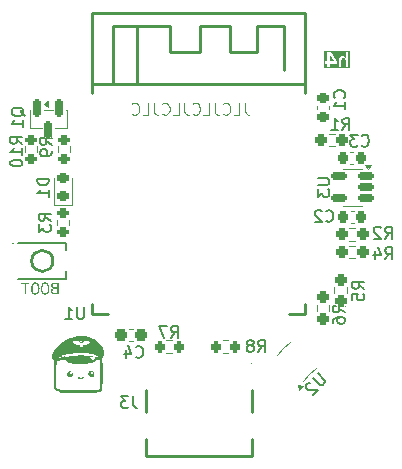
<source format=gbr>
%TF.GenerationSoftware,KiCad,Pcbnew,9.0.6-9.0.6~ubuntu25.04.1*%
%TF.CreationDate,2025-11-04T15:06:10+01:00*%
%TF.ProjectId,BladeMaster,426c6164-654d-4617-9374-65722e6b6963,h4*%
%TF.SameCoordinates,Original*%
%TF.FileFunction,Legend,Bot*%
%TF.FilePolarity,Positive*%
%FSLAX46Y46*%
G04 Gerber Fmt 4.6, Leading zero omitted, Abs format (unit mm)*
G04 Created by KiCad (PCBNEW 9.0.6-9.0.6~ubuntu25.04.1) date 2025-11-04 15:06:10*
%MOMM*%
%LPD*%
G01*
G04 APERTURE LIST*
G04 Aperture macros list*
%AMRoundRect*
0 Rectangle with rounded corners*
0 $1 Rounding radius*
0 $2 $3 $4 $5 $6 $7 $8 $9 X,Y pos of 4 corners*
0 Add a 4 corners polygon primitive as box body*
4,1,4,$2,$3,$4,$5,$6,$7,$8,$9,$2,$3,0*
0 Add four circle primitives for the rounded corners*
1,1,$1+$1,$2,$3*
1,1,$1+$1,$4,$5*
1,1,$1+$1,$6,$7*
1,1,$1+$1,$8,$9*
0 Add four rect primitives between the rounded corners*
20,1,$1+$1,$2,$3,$4,$5,0*
20,1,$1+$1,$4,$5,$6,$7,0*
20,1,$1+$1,$6,$7,$8,$9,0*
20,1,$1+$1,$8,$9,$2,$3,0*%
G04 Aperture macros list end*
%ADD10C,0.125000*%
%ADD11C,0.100000*%
%ADD12C,0.150000*%
%ADD13C,0.120000*%
%ADD14C,0.254001*%
%ADD15C,0.059995*%
%ADD16C,0.152400*%
%ADD17C,0.000000*%
%ADD18RoundRect,0.225000X-0.250000X0.225000X-0.250000X-0.225000X0.250000X-0.225000X0.250000X0.225000X0*%
%ADD19RoundRect,0.218750X0.256250X-0.218750X0.256250X0.218750X-0.256250X0.218750X-0.256250X-0.218750X0*%
%ADD20RoundRect,0.200000X-0.275000X0.200000X-0.275000X-0.200000X0.275000X-0.200000X0.275000X0.200000X0*%
%ADD21RoundRect,0.237500X-0.237500X0.250000X-0.237500X-0.250000X0.237500X-0.250000X0.237500X0.250000X0*%
%ADD22RoundRect,0.237500X0.300000X0.237500X-0.300000X0.237500X-0.300000X-0.237500X0.300000X-0.237500X0*%
%ADD23RoundRect,0.200000X0.200000X0.275000X-0.200000X0.275000X-0.200000X-0.275000X0.200000X-0.275000X0*%
%ADD24C,0.750013*%
%ADD25O,1.200000X2.000000*%
%ADD26O,1.200000X1.800000*%
%ADD27R,0.300000X1.300000*%
%ADD28RoundRect,0.150000X-0.256326X-0.468458X0.468458X0.256326X0.256326X0.468458X-0.468458X-0.256326X0*%
%ADD29R,1.229997X1.359995*%
%ADD30RoundRect,0.237500X-0.250000X-0.237500X0.250000X-0.237500X0.250000X0.237500X-0.250000X0.237500X0*%
%ADD31R,1.500000X0.900000*%
%ADD32R,0.900000X1.500000*%
%ADD33R,0.900000X0.900000*%
%ADD34RoundRect,0.150000X0.512500X0.150000X-0.512500X0.150000X-0.512500X-0.150000X0.512500X-0.150000X0*%
%ADD35RoundRect,0.225000X0.225000X0.250000X-0.225000X0.250000X-0.225000X-0.250000X0.225000X-0.250000X0*%
%ADD36RoundRect,0.150000X-0.150000X0.587500X-0.150000X-0.587500X0.150000X-0.587500X0.150000X0.587500X0*%
%ADD37RoundRect,0.237500X0.250000X0.237500X-0.250000X0.237500X-0.250000X-0.237500X0.250000X-0.237500X0*%
%ADD38RoundRect,0.200000X-0.200000X-0.275000X0.200000X-0.275000X0.200000X0.275000X-0.200000X0.275000X0*%
%ADD39RoundRect,0.225000X-0.225000X-0.250000X0.225000X-0.250000X0.225000X0.250000X-0.225000X0.250000X0*%
G04 APERTURE END LIST*
D10*
G36*
X11473879Y13139608D02*
G01*
X11473879Y13134698D01*
X11093227Y13134698D01*
X11093227Y13695749D01*
X11098210Y13695749D01*
X11473879Y13139608D01*
G37*
G36*
X12782436Y12570667D02*
G01*
X10589939Y12570667D01*
X10589939Y13134698D01*
X10723272Y13134698D01*
X10723272Y12957451D01*
X10887330Y12957451D01*
X10887330Y12704000D01*
X11094912Y12704000D01*
X11094912Y12957451D01*
X11694577Y12957451D01*
X11694577Y13129716D01*
X11604227Y13263439D01*
X11859954Y13263439D01*
X11859954Y12704000D01*
X12069954Y12704000D01*
X12069954Y13230613D01*
X12075759Y13291883D01*
X12091624Y13339089D01*
X12116336Y13375400D01*
X12150251Y13402805D01*
X12192728Y13419801D01*
X12246322Y13425885D01*
X12299790Y13419954D01*
X12345607Y13402877D01*
X12384100Y13374246D01*
X12414117Y13332755D01*
X12432403Y13281833D01*
X12439103Y13215079D01*
X12439103Y12704000D01*
X12649103Y12704000D01*
X12649103Y13926265D01*
X12439909Y13926265D01*
X12439909Y13447396D01*
X12403450Y13502543D01*
X12358722Y13547225D01*
X12305526Y13580404D01*
X12243643Y13600815D01*
X12170851Y13607968D01*
X12110112Y13603317D01*
X12056224Y13589917D01*
X12008039Y13568181D01*
X11965057Y13537819D01*
X11928841Y13499315D01*
X11898935Y13451677D01*
X11878019Y13399179D01*
X11864698Y13337047D01*
X11859954Y13263439D01*
X11604227Y13263439D01*
X11156388Y13926265D01*
X11093227Y13926265D01*
X10887330Y13926265D01*
X10887330Y13134698D01*
X10723272Y13134698D01*
X10589939Y13134698D01*
X10589939Y14059598D01*
X12782436Y14059598D01*
X12782436Y12570667D01*
G37*
D11*
X3910401Y9627581D02*
X3910401Y8913296D01*
X3910401Y8913296D02*
X3958020Y8770439D01*
X3958020Y8770439D02*
X4053258Y8675200D01*
X4053258Y8675200D02*
X4196115Y8627581D01*
X4196115Y8627581D02*
X4291353Y8627581D01*
X2958020Y8627581D02*
X3434210Y8627581D01*
X3434210Y8627581D02*
X3434210Y9627581D01*
X2053258Y8722820D02*
X2100877Y8675200D01*
X2100877Y8675200D02*
X2243734Y8627581D01*
X2243734Y8627581D02*
X2338972Y8627581D01*
X2338972Y8627581D02*
X2481829Y8675200D01*
X2481829Y8675200D02*
X2577067Y8770439D01*
X2577067Y8770439D02*
X2624686Y8865677D01*
X2624686Y8865677D02*
X2672305Y9056153D01*
X2672305Y9056153D02*
X2672305Y9199010D01*
X2672305Y9199010D02*
X2624686Y9389486D01*
X2624686Y9389486D02*
X2577067Y9484724D01*
X2577067Y9484724D02*
X2481829Y9579962D01*
X2481829Y9579962D02*
X2338972Y9627581D01*
X2338972Y9627581D02*
X2243734Y9627581D01*
X2243734Y9627581D02*
X2100877Y9579962D01*
X2100877Y9579962D02*
X2053258Y9532343D01*
X1338972Y9627581D02*
X1338972Y8913296D01*
X1338972Y8913296D02*
X1386591Y8770439D01*
X1386591Y8770439D02*
X1481829Y8675200D01*
X1481829Y8675200D02*
X1624686Y8627581D01*
X1624686Y8627581D02*
X1719924Y8627581D01*
X386591Y8627581D02*
X862781Y8627581D01*
X862781Y8627581D02*
X862781Y9627581D01*
X-518171Y8722820D02*
X-470552Y8675200D01*
X-470552Y8675200D02*
X-327695Y8627581D01*
X-327695Y8627581D02*
X-232457Y8627581D01*
X-232457Y8627581D02*
X-89600Y8675200D01*
X-89600Y8675200D02*
X5638Y8770439D01*
X5638Y8770439D02*
X53257Y8865677D01*
X53257Y8865677D02*
X100876Y9056153D01*
X100876Y9056153D02*
X100876Y9199010D01*
X100876Y9199010D02*
X53257Y9389486D01*
X53257Y9389486D02*
X5638Y9484724D01*
X5638Y9484724D02*
X-89600Y9579962D01*
X-89600Y9579962D02*
X-232457Y9627581D01*
X-232457Y9627581D02*
X-327695Y9627581D01*
X-327695Y9627581D02*
X-470552Y9579962D01*
X-470552Y9579962D02*
X-518171Y9532343D01*
X-1232457Y9627581D02*
X-1232457Y8913296D01*
X-1232457Y8913296D02*
X-1184838Y8770439D01*
X-1184838Y8770439D02*
X-1089600Y8675200D01*
X-1089600Y8675200D02*
X-946743Y8627581D01*
X-946743Y8627581D02*
X-851505Y8627581D01*
X-2184838Y8627581D02*
X-1708648Y8627581D01*
X-1708648Y8627581D02*
X-1708648Y9627581D01*
X-3089600Y8722820D02*
X-3041981Y8675200D01*
X-3041981Y8675200D02*
X-2899124Y8627581D01*
X-2899124Y8627581D02*
X-2803886Y8627581D01*
X-2803886Y8627581D02*
X-2661029Y8675200D01*
X-2661029Y8675200D02*
X-2565791Y8770439D01*
X-2565791Y8770439D02*
X-2518172Y8865677D01*
X-2518172Y8865677D02*
X-2470553Y9056153D01*
X-2470553Y9056153D02*
X-2470553Y9199010D01*
X-2470553Y9199010D02*
X-2518172Y9389486D01*
X-2518172Y9389486D02*
X-2565791Y9484724D01*
X-2565791Y9484724D02*
X-2661029Y9579962D01*
X-2661029Y9579962D02*
X-2803886Y9627581D01*
X-2803886Y9627581D02*
X-2899124Y9627581D01*
X-2899124Y9627581D02*
X-3041981Y9579962D01*
X-3041981Y9579962D02*
X-3089600Y9532343D01*
X-3803886Y9627581D02*
X-3803886Y8913296D01*
X-3803886Y8913296D02*
X-3756267Y8770439D01*
X-3756267Y8770439D02*
X-3661029Y8675200D01*
X-3661029Y8675200D02*
X-3518172Y8627581D01*
X-3518172Y8627581D02*
X-3422934Y8627581D01*
X-4756267Y8627581D02*
X-4280077Y8627581D01*
X-4280077Y8627581D02*
X-4280077Y9627581D01*
X-5661029Y8722820D02*
X-5613410Y8675200D01*
X-5613410Y8675200D02*
X-5470553Y8627581D01*
X-5470553Y8627581D02*
X-5375315Y8627581D01*
X-5375315Y8627581D02*
X-5232458Y8675200D01*
X-5232458Y8675200D02*
X-5137220Y8770439D01*
X-5137220Y8770439D02*
X-5089601Y8865677D01*
X-5089601Y8865677D02*
X-5041982Y9056153D01*
X-5041982Y9056153D02*
X-5041982Y9199010D01*
X-5041982Y9199010D02*
X-5089601Y9389486D01*
X-5089601Y9389486D02*
X-5137220Y9484724D01*
X-5137220Y9484724D02*
X-5232458Y9579962D01*
X-5232458Y9579962D02*
X-5375315Y9627581D01*
X-5375315Y9627581D02*
X-5470553Y9627581D01*
X-5470553Y9627581D02*
X-5613410Y9579962D01*
X-5613410Y9579962D02*
X-5661029Y9532343D01*
G36*
X-11842202Y-6580000D02*
G01*
X-12202216Y-6580000D01*
X-12277268Y-6574582D01*
X-12340587Y-6559328D01*
X-12394160Y-6535223D01*
X-12439559Y-6502513D01*
X-12477075Y-6460944D01*
X-12504028Y-6412519D01*
X-12520790Y-6355881D01*
X-12526693Y-6289106D01*
X-12526159Y-6283977D01*
X-12392115Y-6283977D01*
X-12385799Y-6343028D01*
X-12368491Y-6388122D01*
X-12341170Y-6422576D01*
X-12302775Y-6448220D01*
X-12250395Y-6465082D01*
X-12179685Y-6471372D01*
X-11969941Y-6471372D01*
X-11969941Y-6110259D01*
X-12170770Y-6110259D01*
X-12246246Y-6116413D01*
X-12301405Y-6132753D01*
X-12341088Y-6157208D01*
X-12368727Y-6189396D01*
X-12385915Y-6230694D01*
X-12392115Y-6283977D01*
X-12526159Y-6283977D01*
X-12520210Y-6226878D01*
X-12501980Y-6176145D01*
X-12472611Y-6134404D01*
X-12431056Y-6100172D01*
X-12374754Y-6073189D01*
X-12299913Y-6054450D01*
X-12299913Y-6047611D01*
X-12358347Y-6033774D01*
X-12406074Y-6010288D01*
X-12445055Y-5977330D01*
X-12474590Y-5935936D01*
X-12492496Y-5888107D01*
X-12497784Y-5840493D01*
X-12368240Y-5840493D01*
X-12362038Y-5895814D01*
X-12345373Y-5935744D01*
X-12319392Y-5964263D01*
X-12284603Y-5983435D01*
X-12234488Y-5996590D01*
X-12163992Y-6001632D01*
X-11969941Y-6001632D01*
X-11969941Y-5688208D01*
X-12150315Y-5688208D01*
X-12225724Y-5693029D01*
X-12279146Y-5705544D01*
X-12315972Y-5723562D01*
X-12344140Y-5751018D01*
X-12361768Y-5788805D01*
X-12368240Y-5840493D01*
X-12497784Y-5840493D01*
X-12498727Y-5832006D01*
X-12492737Y-5766319D01*
X-12476161Y-5714026D01*
X-12450117Y-5672319D01*
X-12414341Y-5639298D01*
X-12371819Y-5615731D01*
X-12314891Y-5596977D01*
X-12239950Y-5584305D01*
X-12142804Y-5579581D01*
X-11842202Y-5579581D01*
X-11842202Y-6580000D01*
G37*
G36*
X-12935610Y-5570161D02*
G01*
X-12871313Y-5587749D01*
X-12816388Y-5615871D01*
X-12769276Y-5654694D01*
X-12729099Y-5705376D01*
X-12695743Y-5769966D01*
X-12669864Y-5851260D01*
X-12652827Y-5952662D01*
X-12646616Y-6078080D01*
X-12652833Y-6204605D01*
X-12669879Y-6306835D01*
X-12695757Y-6388721D01*
X-12729081Y-6453711D01*
X-12769175Y-6504644D01*
X-12816131Y-6543608D01*
X-12870808Y-6571799D01*
X-12934748Y-6589414D01*
X-13010049Y-6595631D01*
X-13078502Y-6589914D01*
X-13138213Y-6573518D01*
X-13190754Y-6546962D01*
X-13237286Y-6509931D01*
X-13278472Y-6461297D01*
X-13310041Y-6407877D01*
X-13335910Y-6344638D01*
X-13355583Y-6270040D01*
X-13368237Y-6182297D01*
X-13372750Y-6079424D01*
X-13372733Y-6079118D01*
X-13238172Y-6079118D01*
X-13233839Y-6186186D01*
X-13222155Y-6270114D01*
X-13204830Y-6334925D01*
X-13183156Y-6384178D01*
X-13151354Y-6428063D01*
X-13112874Y-6458461D01*
X-13066542Y-6477035D01*
X-13010049Y-6483585D01*
X-12960158Y-6478171D01*
X-12917777Y-6462657D01*
X-12881214Y-6437129D01*
X-12849507Y-6400347D01*
X-12822547Y-6349897D01*
X-12801075Y-6282405D01*
X-12786584Y-6193736D01*
X-12781194Y-6079118D01*
X-12786595Y-5965080D01*
X-12801121Y-5876802D01*
X-12822659Y-5809551D01*
X-12849724Y-5759225D01*
X-12881591Y-5722486D01*
X-12918384Y-5696954D01*
X-12961084Y-5681420D01*
X-13011393Y-5675996D01*
X-13066571Y-5682394D01*
X-13112213Y-5700600D01*
X-13150481Y-5730484D01*
X-13182485Y-5773693D01*
X-13204338Y-5822135D01*
X-13221876Y-5886575D01*
X-13233752Y-5970803D01*
X-13238172Y-6079118D01*
X-13372733Y-6079118D01*
X-13365852Y-5953224D01*
X-13346818Y-5849996D01*
X-13317628Y-5765986D01*
X-13279510Y-5697978D01*
X-13238750Y-5649533D01*
X-13192486Y-5612603D01*
X-13140037Y-5586081D01*
X-13080210Y-5569678D01*
X-13011393Y-5563949D01*
X-12935610Y-5570161D01*
G37*
G36*
X-13774829Y-5570161D02*
G01*
X-13710531Y-5587749D01*
X-13655607Y-5615871D01*
X-13608495Y-5654694D01*
X-13568318Y-5705376D01*
X-13534962Y-5769966D01*
X-13509082Y-5851260D01*
X-13492045Y-5952662D01*
X-13485834Y-6078080D01*
X-13492051Y-6204605D01*
X-13509098Y-6306835D01*
X-13534975Y-6388721D01*
X-13568299Y-6453711D01*
X-13608393Y-6504644D01*
X-13655350Y-6543608D01*
X-13710026Y-6571799D01*
X-13773966Y-6589414D01*
X-13849268Y-6595631D01*
X-13917721Y-6589914D01*
X-13977432Y-6573518D01*
X-14029972Y-6546962D01*
X-14076504Y-6509931D01*
X-14117691Y-6461297D01*
X-14149260Y-6407877D01*
X-14175128Y-6344638D01*
X-14194802Y-6270040D01*
X-14207456Y-6182297D01*
X-14211968Y-6079424D01*
X-14211951Y-6079118D01*
X-14077391Y-6079118D01*
X-14073057Y-6186186D01*
X-14061374Y-6270114D01*
X-14044049Y-6334925D01*
X-14022375Y-6384178D01*
X-13990572Y-6428063D01*
X-13952092Y-6458461D01*
X-13905760Y-6477035D01*
X-13849268Y-6483585D01*
X-13799376Y-6478171D01*
X-13756995Y-6462657D01*
X-13720432Y-6437129D01*
X-13688726Y-6400347D01*
X-13661765Y-6349897D01*
X-13640293Y-6282405D01*
X-13625802Y-6193736D01*
X-13620412Y-6079118D01*
X-13625813Y-5965080D01*
X-13640339Y-5876802D01*
X-13661877Y-5809551D01*
X-13688943Y-5759225D01*
X-13720809Y-5722486D01*
X-13757603Y-5696954D01*
X-13800302Y-5681420D01*
X-13850611Y-5675996D01*
X-13905790Y-5682394D01*
X-13951432Y-5700600D01*
X-13989700Y-5730484D01*
X-14021703Y-5773693D01*
X-14043557Y-5822135D01*
X-14061095Y-5886575D01*
X-14072970Y-5970803D01*
X-14077391Y-6079118D01*
X-14211951Y-6079118D01*
X-14205071Y-5953224D01*
X-14186036Y-5849996D01*
X-14156847Y-5765986D01*
X-14118729Y-5697978D01*
X-14077968Y-5649533D01*
X-14031704Y-5612603D01*
X-13979256Y-5586081D01*
X-13919429Y-5569678D01*
X-13850611Y-5563949D01*
X-13774829Y-5570161D01*
G37*
G36*
X-14750646Y-6580000D02*
G01*
X-14622907Y-6580000D01*
X-14622907Y-5691627D01*
X-14337326Y-5691627D01*
X-14337326Y-5579581D01*
X-15035494Y-5579581D01*
X-15035494Y-5691627D01*
X-14750646Y-5691627D01*
X-14750646Y-6580000D01*
G37*
D12*
X12319486Y10066667D02*
X12367106Y10114286D01*
X12367106Y10114286D02*
X12414725Y10257143D01*
X12414725Y10257143D02*
X12414725Y10352381D01*
X12414725Y10352381D02*
X12367106Y10495238D01*
X12367106Y10495238D02*
X12271867Y10590476D01*
X12271867Y10590476D02*
X12176629Y10638095D01*
X12176629Y10638095D02*
X11986153Y10685714D01*
X11986153Y10685714D02*
X11843296Y10685714D01*
X11843296Y10685714D02*
X11652820Y10638095D01*
X11652820Y10638095D02*
X11557582Y10590476D01*
X11557582Y10590476D02*
X11462344Y10495238D01*
X11462344Y10495238D02*
X11414725Y10352381D01*
X11414725Y10352381D02*
X11414725Y10257143D01*
X11414725Y10257143D02*
X11462344Y10114286D01*
X11462344Y10114286D02*
X11509963Y10066667D01*
X12414725Y9114286D02*
X12414725Y9685714D01*
X12414725Y9400000D02*
X11414725Y9400000D01*
X11414725Y9400000D02*
X11557582Y9495238D01*
X11557582Y9495238D02*
X11652820Y9590476D01*
X11652820Y9590476D02*
X11700439Y9685714D01*
X-12688431Y3218095D02*
X-13688431Y3218095D01*
X-13688431Y3218095D02*
X-13688431Y2980000D01*
X-13688431Y2980000D02*
X-13640812Y2837143D01*
X-13640812Y2837143D02*
X-13545574Y2741905D01*
X-13545574Y2741905D02*
X-13450336Y2694286D01*
X-13450336Y2694286D02*
X-13259860Y2646667D01*
X-13259860Y2646667D02*
X-13117003Y2646667D01*
X-13117003Y2646667D02*
X-12926527Y2694286D01*
X-12926527Y2694286D02*
X-12831289Y2741905D01*
X-12831289Y2741905D02*
X-12736050Y2837143D01*
X-12736050Y2837143D02*
X-12688431Y2980000D01*
X-12688431Y2980000D02*
X-12688431Y3218095D01*
X-12688431Y1694286D02*
X-12688431Y2265714D01*
X-12688431Y1980000D02*
X-13688431Y1980000D01*
X-13688431Y1980000D02*
X-13545574Y2075238D01*
X-13545574Y2075238D02*
X-13450336Y2170476D01*
X-13450336Y2170476D02*
X-13402717Y2265714D01*
X-12445181Y6066667D02*
X-12921372Y6400000D01*
X-12445181Y6638095D02*
X-13445181Y6638095D01*
X-13445181Y6638095D02*
X-13445181Y6257143D01*
X-13445181Y6257143D02*
X-13397562Y6161905D01*
X-13397562Y6161905D02*
X-13349943Y6114286D01*
X-13349943Y6114286D02*
X-13254705Y6066667D01*
X-13254705Y6066667D02*
X-13111848Y6066667D01*
X-13111848Y6066667D02*
X-13016610Y6114286D01*
X-13016610Y6114286D02*
X-12968991Y6161905D01*
X-12968991Y6161905D02*
X-12921372Y6257143D01*
X-12921372Y6257143D02*
X-12921372Y6638095D01*
X-12445181Y5590476D02*
X-12445181Y5400000D01*
X-12445181Y5400000D02*
X-12492800Y5304762D01*
X-12492800Y5304762D02*
X-12540420Y5257143D01*
X-12540420Y5257143D02*
X-12683277Y5161905D01*
X-12683277Y5161905D02*
X-12873753Y5114286D01*
X-12873753Y5114286D02*
X-13254705Y5114286D01*
X-13254705Y5114286D02*
X-13349943Y5161905D01*
X-13349943Y5161905D02*
X-13397562Y5209524D01*
X-13397562Y5209524D02*
X-13445181Y5304762D01*
X-13445181Y5304762D02*
X-13445181Y5495238D01*
X-13445181Y5495238D02*
X-13397562Y5590476D01*
X-13397562Y5590476D02*
X-13349943Y5638095D01*
X-13349943Y5638095D02*
X-13254705Y5685714D01*
X-13254705Y5685714D02*
X-13016610Y5685714D01*
X-13016610Y5685714D02*
X-12921372Y5638095D01*
X-12921372Y5638095D02*
X-12873753Y5590476D01*
X-12873753Y5590476D02*
X-12826134Y5495238D01*
X-12826134Y5495238D02*
X-12826134Y5304762D01*
X-12826134Y5304762D02*
X-12873753Y5209524D01*
X-12873753Y5209524D02*
X-12921372Y5161905D01*
X-12921372Y5161905D02*
X-13016610Y5114286D01*
X12354819Y-8115260D02*
X11878628Y-7781927D01*
X12354819Y-7543832D02*
X11354819Y-7543832D01*
X11354819Y-7543832D02*
X11354819Y-7924784D01*
X11354819Y-7924784D02*
X11402438Y-8020022D01*
X11402438Y-8020022D02*
X11450057Y-8067641D01*
X11450057Y-8067641D02*
X11545295Y-8115260D01*
X11545295Y-8115260D02*
X11688152Y-8115260D01*
X11688152Y-8115260D02*
X11783390Y-8067641D01*
X11783390Y-8067641D02*
X11831009Y-8020022D01*
X11831009Y-8020022D02*
X11878628Y-7924784D01*
X11878628Y-7924784D02*
X11878628Y-7543832D01*
X11354819Y-8972403D02*
X11354819Y-8781927D01*
X11354819Y-8781927D02*
X11402438Y-8686689D01*
X11402438Y-8686689D02*
X11450057Y-8639070D01*
X11450057Y-8639070D02*
X11592914Y-8543832D01*
X11592914Y-8543832D02*
X11783390Y-8496213D01*
X11783390Y-8496213D02*
X12164342Y-8496213D01*
X12164342Y-8496213D02*
X12259580Y-8543832D01*
X12259580Y-8543832D02*
X12307200Y-8591451D01*
X12307200Y-8591451D02*
X12354819Y-8686689D01*
X12354819Y-8686689D02*
X12354819Y-8877165D01*
X12354819Y-8877165D02*
X12307200Y-8972403D01*
X12307200Y-8972403D02*
X12259580Y-9020022D01*
X12259580Y-9020022D02*
X12164342Y-9067641D01*
X12164342Y-9067641D02*
X11926247Y-9067641D01*
X11926247Y-9067641D02*
X11831009Y-9020022D01*
X11831009Y-9020022D02*
X11783390Y-8972403D01*
X11783390Y-8972403D02*
X11735771Y-8877165D01*
X11735771Y-8877165D02*
X11735771Y-8686689D01*
X11735771Y-8686689D02*
X11783390Y-8591451D01*
X11783390Y-8591451D02*
X11831009Y-8543832D01*
X11831009Y-8543832D02*
X11926247Y-8496213D01*
X-5333334Y-11859580D02*
X-5285715Y-11907200D01*
X-5285715Y-11907200D02*
X-5142858Y-11954819D01*
X-5142858Y-11954819D02*
X-5047620Y-11954819D01*
X-5047620Y-11954819D02*
X-4904763Y-11907200D01*
X-4904763Y-11907200D02*
X-4809525Y-11811961D01*
X-4809525Y-11811961D02*
X-4761906Y-11716723D01*
X-4761906Y-11716723D02*
X-4714287Y-11526247D01*
X-4714287Y-11526247D02*
X-4714287Y-11383390D01*
X-4714287Y-11383390D02*
X-4761906Y-11192914D01*
X-4761906Y-11192914D02*
X-4809525Y-11097676D01*
X-4809525Y-11097676D02*
X-4904763Y-11002438D01*
X-4904763Y-11002438D02*
X-5047620Y-10954819D01*
X-5047620Y-10954819D02*
X-5142858Y-10954819D01*
X-5142858Y-10954819D02*
X-5285715Y-11002438D01*
X-5285715Y-11002438D02*
X-5333334Y-11050057D01*
X-6190477Y-11288152D02*
X-6190477Y-11954819D01*
X-5952382Y-10907200D02*
X-5714287Y-11621485D01*
X-5714287Y-11621485D02*
X-6333334Y-11621485D01*
X-14945181Y6154277D02*
X-15421372Y6487610D01*
X-14945181Y6725705D02*
X-15945181Y6725705D01*
X-15945181Y6725705D02*
X-15945181Y6344753D01*
X-15945181Y6344753D02*
X-15897562Y6249515D01*
X-15897562Y6249515D02*
X-15849943Y6201896D01*
X-15849943Y6201896D02*
X-15754705Y6154277D01*
X-15754705Y6154277D02*
X-15611848Y6154277D01*
X-15611848Y6154277D02*
X-15516610Y6201896D01*
X-15516610Y6201896D02*
X-15468991Y6249515D01*
X-15468991Y6249515D02*
X-15421372Y6344753D01*
X-15421372Y6344753D02*
X-15421372Y6725705D01*
X-14945181Y5201896D02*
X-14945181Y5773324D01*
X-14945181Y5487610D02*
X-15945181Y5487610D01*
X-15945181Y5487610D02*
X-15802324Y5582848D01*
X-15802324Y5582848D02*
X-15707086Y5678086D01*
X-15707086Y5678086D02*
X-15659467Y5773324D01*
X-15945181Y4582848D02*
X-15945181Y4487610D01*
X-15945181Y4487610D02*
X-15897562Y4392372D01*
X-15897562Y4392372D02*
X-15849943Y4344753D01*
X-15849943Y4344753D02*
X-15754705Y4297134D01*
X-15754705Y4297134D02*
X-15564229Y4249515D01*
X-15564229Y4249515D02*
X-15326134Y4249515D01*
X-15326134Y4249515D02*
X-15135658Y4297134D01*
X-15135658Y4297134D02*
X-15040420Y4344753D01*
X-15040420Y4344753D02*
X-14992800Y4392372D01*
X-14992800Y4392372D02*
X-14945181Y4487610D01*
X-14945181Y4487610D02*
X-14945181Y4582848D01*
X-14945181Y4582848D02*
X-14992800Y4678086D01*
X-14992800Y4678086D02*
X-15040420Y4725705D01*
X-15040420Y4725705D02*
X-15135658Y4773324D01*
X-15135658Y4773324D02*
X-15326134Y4820943D01*
X-15326134Y4820943D02*
X-15564229Y4820943D01*
X-15564229Y4820943D02*
X-15754705Y4773324D01*
X-15754705Y4773324D02*
X-15849943Y4725705D01*
X-15849943Y4725705D02*
X-15897562Y4678086D01*
X-15897562Y4678086D02*
X-15945181Y4582848D01*
X5022856Y-11454819D02*
X5356189Y-10978628D01*
X5594284Y-11454819D02*
X5594284Y-10454819D01*
X5594284Y-10454819D02*
X5213332Y-10454819D01*
X5213332Y-10454819D02*
X5118094Y-10502438D01*
X5118094Y-10502438D02*
X5070475Y-10550057D01*
X5070475Y-10550057D02*
X5022856Y-10645295D01*
X5022856Y-10645295D02*
X5022856Y-10788152D01*
X5022856Y-10788152D02*
X5070475Y-10883390D01*
X5070475Y-10883390D02*
X5118094Y-10931009D01*
X5118094Y-10931009D02*
X5213332Y-10978628D01*
X5213332Y-10978628D02*
X5594284Y-10978628D01*
X4451427Y-10883390D02*
X4546665Y-10835771D01*
X4546665Y-10835771D02*
X4594284Y-10788152D01*
X4594284Y-10788152D02*
X4641903Y-10692914D01*
X4641903Y-10692914D02*
X4641903Y-10645295D01*
X4641903Y-10645295D02*
X4594284Y-10550057D01*
X4594284Y-10550057D02*
X4546665Y-10502438D01*
X4546665Y-10502438D02*
X4451427Y-10454819D01*
X4451427Y-10454819D02*
X4260951Y-10454819D01*
X4260951Y-10454819D02*
X4165713Y-10502438D01*
X4165713Y-10502438D02*
X4118094Y-10550057D01*
X4118094Y-10550057D02*
X4070475Y-10645295D01*
X4070475Y-10645295D02*
X4070475Y-10692914D01*
X4070475Y-10692914D02*
X4118094Y-10788152D01*
X4118094Y-10788152D02*
X4165713Y-10835771D01*
X4165713Y-10835771D02*
X4260951Y-10883390D01*
X4260951Y-10883390D02*
X4451427Y-10883390D01*
X4451427Y-10883390D02*
X4546665Y-10931009D01*
X4546665Y-10931009D02*
X4594284Y-10978628D01*
X4594284Y-10978628D02*
X4641903Y-11073866D01*
X4641903Y-11073866D02*
X4641903Y-11264342D01*
X4641903Y-11264342D02*
X4594284Y-11359580D01*
X4594284Y-11359580D02*
X4546665Y-11407200D01*
X4546665Y-11407200D02*
X4451427Y-11454819D01*
X4451427Y-11454819D02*
X4260951Y-11454819D01*
X4260951Y-11454819D02*
X4165713Y-11407200D01*
X4165713Y-11407200D02*
X4118094Y-11359580D01*
X4118094Y-11359580D02*
X4070475Y-11264342D01*
X4070475Y-11264342D02*
X4070475Y-11073866D01*
X4070475Y-11073866D02*
X4118094Y-10978628D01*
X4118094Y-10978628D02*
X4165713Y-10931009D01*
X4165713Y-10931009D02*
X4260951Y-10883390D01*
X-12545181Y-333333D02*
X-13021372Y0D01*
X-12545181Y238095D02*
X-13545181Y238095D01*
X-13545181Y238095D02*
X-13545181Y-142857D01*
X-13545181Y-142857D02*
X-13497562Y-238095D01*
X-13497562Y-238095D02*
X-13449943Y-285714D01*
X-13449943Y-285714D02*
X-13354705Y-333333D01*
X-13354705Y-333333D02*
X-13211848Y-333333D01*
X-13211848Y-333333D02*
X-13116610Y-285714D01*
X-13116610Y-285714D02*
X-13068991Y-238095D01*
X-13068991Y-238095D02*
X-13021372Y-142857D01*
X-13021372Y-142857D02*
X-13021372Y238095D01*
X-13545181Y-666667D02*
X-13545181Y-1285714D01*
X-13545181Y-1285714D02*
X-13164229Y-952381D01*
X-13164229Y-952381D02*
X-13164229Y-1095238D01*
X-13164229Y-1095238D02*
X-13116610Y-1190476D01*
X-13116610Y-1190476D02*
X-13068991Y-1238095D01*
X-13068991Y-1238095D02*
X-12973753Y-1285714D01*
X-12973753Y-1285714D02*
X-12735658Y-1285714D01*
X-12735658Y-1285714D02*
X-12640420Y-1238095D01*
X-12640420Y-1238095D02*
X-12592800Y-1190476D01*
X-12592800Y-1190476D02*
X-12545181Y-1095238D01*
X-12545181Y-1095238D02*
X-12545181Y-809524D01*
X-12545181Y-809524D02*
X-12592800Y-714286D01*
X-12592800Y-714286D02*
X-12640420Y-666667D01*
X-5573931Y-15204819D02*
X-5573931Y-15919104D01*
X-5573931Y-15919104D02*
X-5526312Y-16061961D01*
X-5526312Y-16061961D02*
X-5431074Y-16157200D01*
X-5431074Y-16157200D02*
X-5288217Y-16204819D01*
X-5288217Y-16204819D02*
X-5192979Y-16204819D01*
X-5954884Y-15204819D02*
X-6573931Y-15204819D01*
X-6573931Y-15204819D02*
X-6240598Y-15585771D01*
X-6240598Y-15585771D02*
X-6383455Y-15585771D01*
X-6383455Y-15585771D02*
X-6478693Y-15633390D01*
X-6478693Y-15633390D02*
X-6526312Y-15681009D01*
X-6526312Y-15681009D02*
X-6573931Y-15776247D01*
X-6573931Y-15776247D02*
X-6573931Y-16014342D01*
X-6573931Y-16014342D02*
X-6526312Y-16109580D01*
X-6526312Y-16109580D02*
X-6478693Y-16157200D01*
X-6478693Y-16157200D02*
X-6383455Y-16204819D01*
X-6383455Y-16204819D02*
X-6097741Y-16204819D01*
X-6097741Y-16204819D02*
X-6002503Y-16157200D01*
X-6002503Y-16157200D02*
X-5954884Y-16109580D01*
X10053246Y-13275750D02*
X10625666Y-13848170D01*
X10625666Y-13848170D02*
X10659338Y-13949185D01*
X10659338Y-13949185D02*
X10659338Y-14016529D01*
X10659338Y-14016529D02*
X10625666Y-14117544D01*
X10625666Y-14117544D02*
X10490979Y-14252231D01*
X10490979Y-14252231D02*
X10389964Y-14285903D01*
X10389964Y-14285903D02*
X10322620Y-14285903D01*
X10322620Y-14285903D02*
X10221605Y-14252231D01*
X10221605Y-14252231D02*
X9649185Y-13679811D01*
X9413483Y-14050201D02*
X9346140Y-14050201D01*
X9346140Y-14050201D02*
X9245124Y-14083872D01*
X9245124Y-14083872D02*
X9076766Y-14252231D01*
X9076766Y-14252231D02*
X9043094Y-14353246D01*
X9043094Y-14353246D02*
X9043094Y-14420590D01*
X9043094Y-14420590D02*
X9076766Y-14521605D01*
X9076766Y-14521605D02*
X9144109Y-14588949D01*
X9144109Y-14588949D02*
X9278796Y-14656292D01*
X9278796Y-14656292D02*
X10086918Y-14656292D01*
X10086918Y-14656292D02*
X9649185Y-15094025D01*
X15766666Y-1854819D02*
X16099999Y-1378628D01*
X16338094Y-1854819D02*
X16338094Y-854819D01*
X16338094Y-854819D02*
X15957142Y-854819D01*
X15957142Y-854819D02*
X15861904Y-902438D01*
X15861904Y-902438D02*
X15814285Y-950057D01*
X15814285Y-950057D02*
X15766666Y-1045295D01*
X15766666Y-1045295D02*
X15766666Y-1188152D01*
X15766666Y-1188152D02*
X15814285Y-1283390D01*
X15814285Y-1283390D02*
X15861904Y-1331009D01*
X15861904Y-1331009D02*
X15957142Y-1378628D01*
X15957142Y-1378628D02*
X16338094Y-1378628D01*
X15385713Y-950057D02*
X15338094Y-902438D01*
X15338094Y-902438D02*
X15242856Y-854819D01*
X15242856Y-854819D02*
X15004761Y-854819D01*
X15004761Y-854819D02*
X14909523Y-902438D01*
X14909523Y-902438D02*
X14861904Y-950057D01*
X14861904Y-950057D02*
X14814285Y-1045295D01*
X14814285Y-1045295D02*
X14814285Y-1140533D01*
X14814285Y-1140533D02*
X14861904Y-1283390D01*
X14861904Y-1283390D02*
X15433332Y-1854819D01*
X15433332Y-1854819D02*
X14814285Y-1854819D01*
X12166666Y7345181D02*
X12499999Y7821372D01*
X12738094Y7345181D02*
X12738094Y8345181D01*
X12738094Y8345181D02*
X12357142Y8345181D01*
X12357142Y8345181D02*
X12261904Y8297562D01*
X12261904Y8297562D02*
X12214285Y8249943D01*
X12214285Y8249943D02*
X12166666Y8154705D01*
X12166666Y8154705D02*
X12166666Y8011848D01*
X12166666Y8011848D02*
X12214285Y7916610D01*
X12214285Y7916610D02*
X12261904Y7868991D01*
X12261904Y7868991D02*
X12357142Y7821372D01*
X12357142Y7821372D02*
X12738094Y7821372D01*
X11214285Y7345181D02*
X11785713Y7345181D01*
X11499999Y7345181D02*
X11499999Y8345181D01*
X11499999Y8345181D02*
X11595237Y8202324D01*
X11595237Y8202324D02*
X11690475Y8107086D01*
X11690475Y8107086D02*
X11785713Y8059467D01*
X-9738096Y-7654819D02*
X-9738096Y-8464342D01*
X-9738096Y-8464342D02*
X-9785715Y-8559580D01*
X-9785715Y-8559580D02*
X-9833334Y-8607200D01*
X-9833334Y-8607200D02*
X-9928572Y-8654819D01*
X-9928572Y-8654819D02*
X-10119048Y-8654819D01*
X-10119048Y-8654819D02*
X-10214286Y-8607200D01*
X-10214286Y-8607200D02*
X-10261905Y-8559580D01*
X-10261905Y-8559580D02*
X-10309524Y-8464342D01*
X-10309524Y-8464342D02*
X-10309524Y-7654819D01*
X-11309524Y-8654819D02*
X-10738096Y-8654819D01*
X-11023810Y-8654819D02*
X-11023810Y-7654819D01*
X-11023810Y-7654819D02*
X-10928572Y-7797676D01*
X-10928572Y-7797676D02*
X-10833334Y-7892914D01*
X-10833334Y-7892914D02*
X-10738096Y-7940533D01*
X14004819Y-6133333D02*
X13528628Y-5800000D01*
X14004819Y-5561905D02*
X13004819Y-5561905D01*
X13004819Y-5561905D02*
X13004819Y-5942857D01*
X13004819Y-5942857D02*
X13052438Y-6038095D01*
X13052438Y-6038095D02*
X13100057Y-6085714D01*
X13100057Y-6085714D02*
X13195295Y-6133333D01*
X13195295Y-6133333D02*
X13338152Y-6133333D01*
X13338152Y-6133333D02*
X13433390Y-6085714D01*
X13433390Y-6085714D02*
X13481009Y-6038095D01*
X13481009Y-6038095D02*
X13528628Y-5942857D01*
X13528628Y-5942857D02*
X13528628Y-5561905D01*
X13004819Y-7038095D02*
X13004819Y-6561905D01*
X13004819Y-6561905D02*
X13481009Y-6514286D01*
X13481009Y-6514286D02*
X13433390Y-6561905D01*
X13433390Y-6561905D02*
X13385771Y-6657143D01*
X13385771Y-6657143D02*
X13385771Y-6895238D01*
X13385771Y-6895238D02*
X13433390Y-6990476D01*
X13433390Y-6990476D02*
X13481009Y-7038095D01*
X13481009Y-7038095D02*
X13576247Y-7085714D01*
X13576247Y-7085714D02*
X13814342Y-7085714D01*
X13814342Y-7085714D02*
X13909580Y-7038095D01*
X13909580Y-7038095D02*
X13957200Y-6990476D01*
X13957200Y-6990476D02*
X14004819Y-6895238D01*
X14004819Y-6895238D02*
X14004819Y-6657143D01*
X14004819Y-6657143D02*
X13957200Y-6561905D01*
X13957200Y-6561905D02*
X13909580Y-6514286D01*
X10065930Y3261905D02*
X10875453Y3261905D01*
X10875453Y3261905D02*
X10970691Y3214286D01*
X10970691Y3214286D02*
X11018311Y3166667D01*
X11018311Y3166667D02*
X11065930Y3071429D01*
X11065930Y3071429D02*
X11065930Y2880953D01*
X11065930Y2880953D02*
X11018311Y2785715D01*
X11018311Y2785715D02*
X10970691Y2738096D01*
X10970691Y2738096D02*
X10875453Y2690477D01*
X10875453Y2690477D02*
X10065930Y2690477D01*
X10065930Y2309524D02*
X10065930Y1690477D01*
X10065930Y1690477D02*
X10446882Y2023810D01*
X10446882Y2023810D02*
X10446882Y1880953D01*
X10446882Y1880953D02*
X10494501Y1785715D01*
X10494501Y1785715D02*
X10542120Y1738096D01*
X10542120Y1738096D02*
X10637358Y1690477D01*
X10637358Y1690477D02*
X10875453Y1690477D01*
X10875453Y1690477D02*
X10970691Y1738096D01*
X10970691Y1738096D02*
X11018311Y1785715D01*
X11018311Y1785715D02*
X11065930Y1880953D01*
X11065930Y1880953D02*
X11065930Y2166667D01*
X11065930Y2166667D02*
X11018311Y2261905D01*
X11018311Y2261905D02*
X10970691Y2309524D01*
X10777777Y-359580D02*
X10825396Y-407200D01*
X10825396Y-407200D02*
X10968253Y-454819D01*
X10968253Y-454819D02*
X11063491Y-454819D01*
X11063491Y-454819D02*
X11206348Y-407200D01*
X11206348Y-407200D02*
X11301586Y-311961D01*
X11301586Y-311961D02*
X11349205Y-216723D01*
X11349205Y-216723D02*
X11396824Y-26247D01*
X11396824Y-26247D02*
X11396824Y116610D01*
X11396824Y116610D02*
X11349205Y307086D01*
X11349205Y307086D02*
X11301586Y402324D01*
X11301586Y402324D02*
X11206348Y497562D01*
X11206348Y497562D02*
X11063491Y545181D01*
X11063491Y545181D02*
X10968253Y545181D01*
X10968253Y545181D02*
X10825396Y497562D01*
X10825396Y497562D02*
X10777777Y449943D01*
X10396824Y449943D02*
X10349205Y497562D01*
X10349205Y497562D02*
X10253967Y545181D01*
X10253967Y545181D02*
X10015872Y545181D01*
X10015872Y545181D02*
X9920634Y497562D01*
X9920634Y497562D02*
X9873015Y449943D01*
X9873015Y449943D02*
X9825396Y354705D01*
X9825396Y354705D02*
X9825396Y259467D01*
X9825396Y259467D02*
X9873015Y116610D01*
X9873015Y116610D02*
X10444443Y-454819D01*
X10444443Y-454819D02*
X9825396Y-454819D01*
X-14749943Y8495239D02*
X-14797562Y8590477D01*
X-14797562Y8590477D02*
X-14892800Y8685715D01*
X-14892800Y8685715D02*
X-15035658Y8828572D01*
X-15035658Y8828572D02*
X-15083277Y8923810D01*
X-15083277Y8923810D02*
X-15083277Y9019048D01*
X-14845181Y8971429D02*
X-14892800Y9066667D01*
X-14892800Y9066667D02*
X-14988039Y9161905D01*
X-14988039Y9161905D02*
X-15178515Y9209524D01*
X-15178515Y9209524D02*
X-15511848Y9209524D01*
X-15511848Y9209524D02*
X-15702324Y9161905D01*
X-15702324Y9161905D02*
X-15797562Y9066667D01*
X-15797562Y9066667D02*
X-15845181Y8971429D01*
X-15845181Y8971429D02*
X-15845181Y8780953D01*
X-15845181Y8780953D02*
X-15797562Y8685715D01*
X-15797562Y8685715D02*
X-15702324Y8590477D01*
X-15702324Y8590477D02*
X-15511848Y8542858D01*
X-15511848Y8542858D02*
X-15178515Y8542858D01*
X-15178515Y8542858D02*
X-14988039Y8590477D01*
X-14988039Y8590477D02*
X-14892800Y8685715D01*
X-14892800Y8685715D02*
X-14845181Y8780953D01*
X-14845181Y8780953D02*
X-14845181Y8971429D01*
X-14845181Y7590477D02*
X-14845181Y8161905D01*
X-14845181Y7876191D02*
X-15845181Y7876191D01*
X-15845181Y7876191D02*
X-15702324Y7971429D01*
X-15702324Y7971429D02*
X-15607086Y8066667D01*
X-15607086Y8066667D02*
X-15559467Y8161905D01*
X15766666Y-3604819D02*
X16099999Y-3128628D01*
X16338094Y-3604819D02*
X16338094Y-2604819D01*
X16338094Y-2604819D02*
X15957142Y-2604819D01*
X15957142Y-2604819D02*
X15861904Y-2652438D01*
X15861904Y-2652438D02*
X15814285Y-2700057D01*
X15814285Y-2700057D02*
X15766666Y-2795295D01*
X15766666Y-2795295D02*
X15766666Y-2938152D01*
X15766666Y-2938152D02*
X15814285Y-3033390D01*
X15814285Y-3033390D02*
X15861904Y-3081009D01*
X15861904Y-3081009D02*
X15957142Y-3128628D01*
X15957142Y-3128628D02*
X16338094Y-3128628D01*
X14909523Y-2938152D02*
X14909523Y-3604819D01*
X15147618Y-2557200D02*
X15385713Y-3271485D01*
X15385713Y-3271485D02*
X14766666Y-3271485D01*
X-2333334Y-10254819D02*
X-2000001Y-9778628D01*
X-1761906Y-10254819D02*
X-1761906Y-9254819D01*
X-1761906Y-9254819D02*
X-2142858Y-9254819D01*
X-2142858Y-9254819D02*
X-2238096Y-9302438D01*
X-2238096Y-9302438D02*
X-2285715Y-9350057D01*
X-2285715Y-9350057D02*
X-2333334Y-9445295D01*
X-2333334Y-9445295D02*
X-2333334Y-9588152D01*
X-2333334Y-9588152D02*
X-2285715Y-9683390D01*
X-2285715Y-9683390D02*
X-2238096Y-9731009D01*
X-2238096Y-9731009D02*
X-2142858Y-9778628D01*
X-2142858Y-9778628D02*
X-1761906Y-9778628D01*
X-2666668Y-9254819D02*
X-3333334Y-9254819D01*
X-3333334Y-9254819D02*
X-2904763Y-10254819D01*
X13778636Y6028450D02*
X13826255Y5980830D01*
X13826255Y5980830D02*
X13969112Y5933211D01*
X13969112Y5933211D02*
X14064350Y5933211D01*
X14064350Y5933211D02*
X14207207Y5980830D01*
X14207207Y5980830D02*
X14302445Y6076069D01*
X14302445Y6076069D02*
X14350064Y6171307D01*
X14350064Y6171307D02*
X14397683Y6361783D01*
X14397683Y6361783D02*
X14397683Y6504640D01*
X14397683Y6504640D02*
X14350064Y6695116D01*
X14350064Y6695116D02*
X14302445Y6790354D01*
X14302445Y6790354D02*
X14207207Y6885592D01*
X14207207Y6885592D02*
X14064350Y6933211D01*
X14064350Y6933211D02*
X13969112Y6933211D01*
X13969112Y6933211D02*
X13826255Y6885592D01*
X13826255Y6885592D02*
X13778636Y6837973D01*
X13445302Y6933211D02*
X12826255Y6933211D01*
X12826255Y6933211D02*
X13159588Y6552259D01*
X13159588Y6552259D02*
X13016731Y6552259D01*
X13016731Y6552259D02*
X12921493Y6504640D01*
X12921493Y6504640D02*
X12873874Y6457021D01*
X12873874Y6457021D02*
X12826255Y6361783D01*
X12826255Y6361783D02*
X12826255Y6123688D01*
X12826255Y6123688D02*
X12873874Y6028450D01*
X12873874Y6028450D02*
X12921493Y5980830D01*
X12921493Y5980830D02*
X13016731Y5933211D01*
X13016731Y5933211D02*
X13302445Y5933211D01*
X13302445Y5933211D02*
X13397683Y5980830D01*
X13397683Y5980830D02*
X13445302Y6028450D01*
D13*
%TO.C,C1*%
X9990000Y9390580D02*
X9990000Y9109420D01*
X11010000Y9390580D02*
X11010000Y9109420D01*
%TO.C,D1*%
X-12235000Y1015000D02*
X-12235000Y3300000D01*
X-10765000Y3300000D02*
X-10765000Y1015000D01*
X-10765000Y1015000D02*
X-12235000Y1015000D01*
%TO.C,R9*%
X-11960000Y5937258D02*
X-11960000Y5462742D01*
X-10915000Y5937258D02*
X-10915000Y5462742D01*
%TO.C,R6*%
X9977500Y-7495276D02*
X9977500Y-8004724D01*
X11022500Y-7495276D02*
X11022500Y-8004724D01*
%TO.C,C4*%
X-5603733Y-9490000D02*
X-5896267Y-9490000D01*
X-5603733Y-10510000D02*
X-5896267Y-10510000D01*
%TO.C,R10*%
X-14710000Y5937258D02*
X-14710000Y5462742D01*
X-13665000Y5937258D02*
X-13665000Y5462742D01*
%TO.C,R8*%
X2487258Y-10477500D02*
X2012742Y-10477500D01*
X2487258Y-11522500D02*
X2012742Y-11522500D01*
%TO.C,R3*%
X-12022500Y-262742D02*
X-12022500Y-737258D01*
X-10977500Y-262742D02*
X-10977500Y-737258D01*
D14*
%TO.C,J3*%
X-4471019Y-16577566D02*
X-4471019Y-14713939D01*
X-4471019Y-20295600D02*
X-4471019Y-18813939D01*
X-4471019Y-20295600D02*
X4468987Y-20295600D01*
X4468987Y-16577211D02*
X4468987Y-14714295D01*
X4468987Y-20295600D02*
X4468987Y-18814295D01*
D15*
X4504953Y-12445461D02*
G75*
G02*
X4445009Y-12445461I-29972J0D01*
G01*
X4445009Y-12445461D02*
G75*
G02*
X4504953Y-12445461I29972J0D01*
G01*
D13*
%TO.C,U2*%
X7146913Y-11146913D02*
X6581228Y-11712599D01*
X7146913Y-11146913D02*
X7712599Y-10581228D01*
X9353087Y-13353087D02*
X8787401Y-13918772D01*
X9353087Y-13353087D02*
X9918772Y-12787401D01*
X8801543Y-14300610D02*
X8462132Y-14640021D01*
X8398492Y-14236970D01*
X8801543Y-14300610D01*
G36*
X8801543Y-14300610D02*
G01*
X8462132Y-14640021D01*
X8398492Y-14236970D01*
X8801543Y-14300610D01*
G37*
D16*
%TO.C,SW1*%
X-15276213Y-2208801D02*
X-11223787Y-2208801D01*
X-15276213Y-5291199D02*
X-11223787Y-5291199D01*
X-11223787Y-2208801D02*
X-11223788Y-2866789D01*
X-11223787Y-5291199D02*
X-11223788Y-4633211D01*
D15*
X-15720155Y-2284925D02*
G75*
G02*
X-15780099Y-2284925I-29972J0D01*
G01*
X-15780099Y-2284925D02*
G75*
G02*
X-15720155Y-2284925I29972J0D01*
G01*
D14*
X-12349975Y-3749975D02*
G75*
G02*
X-14149975Y-3749975I-900000J0D01*
G01*
X-14149975Y-3749975D02*
G75*
G02*
X-12349975Y-3749975I900000J0D01*
G01*
D13*
%TO.C,R2*%
X12745276Y-977500D02*
X13254724Y-977500D01*
X12745276Y-2022500D02*
X13254724Y-2022500D01*
%TO.C,R1*%
X10995276Y7022500D02*
X11504724Y7022500D01*
X10995276Y5977500D02*
X11504724Y5977500D01*
D14*
%TO.C,U1*%
X-9017018Y10450268D02*
X-9017018Y17257126D01*
X-9017018Y-8269925D02*
X-9017018Y-7422071D01*
X-9000025Y17269140D02*
X9000025Y17269140D01*
X-7666167Y-8269925D02*
X-9017018Y-8269925D01*
X-7297181Y16114124D02*
X-5061976Y16114124D01*
X-7297181Y11229516D02*
X-7297181Y16114124D01*
X-5265177Y16114124D02*
X-2413005Y16114124D01*
X-5265177Y11229516D02*
X-5265177Y16114124D01*
X-2413005Y16114124D02*
X-2413005Y13955119D01*
X-2413005Y13955119D02*
X127000Y13955119D01*
X127000Y16114124D02*
X2667005Y16114124D01*
X127000Y13955119D02*
X127000Y16114124D01*
X2667005Y16114124D02*
X2667005Y13955119D01*
X2667005Y13955119D02*
X4953010Y13955119D01*
X4953010Y16114124D02*
X7239014Y16114124D01*
X4953010Y13955119D02*
X4953010Y16114124D01*
X7239014Y16114124D02*
X7239014Y12431116D01*
X9000025Y17269140D02*
X9000025Y10450268D01*
X9000025Y11229516D02*
X-9017018Y11229516D01*
X9000025Y-7422071D02*
X9000025Y-8269925D01*
X9000025Y-8269925D02*
X7666167Y-8269925D01*
D15*
X9029972Y17268988D02*
G75*
G02*
X8970028Y17268988I-29972J0D01*
G01*
X8970028Y17268988D02*
G75*
G02*
X9029972Y17268988I29972J0D01*
G01*
D13*
%TO.C,R5*%
X11477500Y-5995276D02*
X11477500Y-6504724D01*
X12522500Y-5995276D02*
X12522500Y-6504724D01*
%TO.C,U3*%
X13000000Y4060001D02*
X12200000Y4060000D01*
X13000000Y4060001D02*
X13800000Y4060000D01*
X13000000Y939999D02*
X12200000Y940000D01*
X13000000Y939999D02*
X13800000Y940000D01*
X14300000Y4010000D02*
X14060000Y4340000D01*
X14540000Y4340000D01*
X14300000Y4010000D01*
G36*
X14300000Y4010000D02*
G01*
X14060000Y4340000D01*
X14540000Y4340000D01*
X14300000Y4010000D01*
G37*
%TO.C,C2*%
X13140581Y510000D02*
X12859419Y510000D01*
X13140581Y-510000D02*
X12859419Y-510000D01*
D17*
%TO.C,G\u002A\u002A\u002A*%
G36*
X-9742398Y-13573240D02*
G01*
X-9724482Y-13617096D01*
X-9733264Y-13652958D01*
X-9765898Y-13705468D01*
X-9777988Y-13717039D01*
X-9818702Y-13737784D01*
X-9883939Y-13748307D01*
X-9986336Y-13751231D01*
X-10073229Y-13748158D01*
X-10157040Y-13737152D01*
X-10204183Y-13719950D01*
X-10241635Y-13678855D01*
X-10258968Y-13621456D01*
X-10235530Y-13574435D01*
X-10232284Y-13571811D01*
X-10195840Y-13558717D01*
X-10153717Y-13585117D01*
X-10100582Y-13611913D01*
X-10022976Y-13625905D01*
X-9939932Y-13626019D01*
X-9869298Y-13612278D01*
X-9828922Y-13584705D01*
X-9821422Y-13574086D01*
X-9781857Y-13556687D01*
X-9742398Y-13573240D01*
G37*
G36*
X-10654123Y-13236191D02*
G01*
X-10644915Y-13320139D01*
X-10671485Y-13429557D01*
X-10738934Y-13519753D01*
X-10790377Y-13552872D01*
X-10885633Y-13573864D01*
X-10982962Y-13557634D01*
X-11067705Y-13507681D01*
X-11125200Y-13427508D01*
X-11137321Y-13391372D01*
X-11143628Y-13287363D01*
X-11119907Y-13213802D01*
X-10898339Y-13213802D01*
X-10885317Y-13269507D01*
X-10855991Y-13302738D01*
X-10799448Y-13319306D01*
X-10741017Y-13287738D01*
X-10712383Y-13254931D01*
X-10704322Y-13215992D01*
X-10733378Y-13165214D01*
X-10778367Y-13133228D01*
X-10830885Y-13136067D01*
X-10875535Y-13166123D01*
X-10898339Y-13213802D01*
X-11119907Y-13213802D01*
X-11112831Y-13191860D01*
X-11052012Y-13115057D01*
X-10968254Y-13067144D01*
X-10868639Y-13058313D01*
X-10783679Y-13080602D01*
X-10701450Y-13140659D01*
X-10664130Y-13215992D01*
X-10654123Y-13236191D01*
G37*
G36*
X-8860077Y-13274290D02*
G01*
X-8856404Y-13371961D01*
X-8887995Y-13464249D01*
X-8957736Y-13539518D01*
X-8980442Y-13552448D01*
X-9068132Y-13573579D01*
X-9164897Y-13567725D01*
X-9246090Y-13535251D01*
X-9254493Y-13529132D01*
X-9322671Y-13452236D01*
X-9353557Y-13361635D01*
X-9350805Y-13267553D01*
X-9330383Y-13213065D01*
X-9111843Y-13213065D01*
X-9098867Y-13275763D01*
X-9073952Y-13305752D01*
X-9027917Y-13325812D01*
X-8978787Y-13313768D01*
X-8936438Y-13270666D01*
X-8925606Y-13212276D01*
X-8953724Y-13155645D01*
X-8990517Y-13131588D01*
X-9045217Y-13130673D01*
X-9089809Y-13161267D01*
X-9111843Y-13213065D01*
X-9330383Y-13213065D01*
X-9318070Y-13180213D01*
X-9259007Y-13109836D01*
X-9177268Y-13066647D01*
X-9076510Y-13060866D01*
X-9053810Y-13065308D01*
X-8961667Y-13109330D01*
X-8896127Y-13182868D01*
X-8884531Y-13212276D01*
X-8860077Y-13274290D01*
G37*
G36*
X-8546222Y-10608727D02*
G01*
X-8442473Y-10700597D01*
X-8349429Y-10795320D01*
X-8260830Y-10896906D01*
X-8194940Y-10990500D01*
X-8142178Y-11088479D01*
X-8135784Y-11102027D01*
X-8100898Y-11180612D01*
X-8078809Y-11246948D01*
X-8066619Y-11316606D01*
X-8061430Y-11405158D01*
X-8060344Y-11528173D01*
X-8060440Y-11590610D01*
X-8062247Y-11690813D01*
X-8068462Y-11759920D01*
X-8081790Y-11810766D01*
X-8104934Y-11856184D01*
X-8110855Y-11864953D01*
X-8140601Y-11909007D01*
X-8160086Y-11937638D01*
X-8179483Y-11966141D01*
X-8202862Y-12012923D01*
X-8203240Y-12049587D01*
X-8184548Y-12092558D01*
X-8178924Y-12106039D01*
X-8171188Y-12138008D01*
X-8164813Y-12186592D01*
X-8159678Y-12255970D01*
X-8155661Y-12350322D01*
X-8152641Y-12473827D01*
X-8150495Y-12630663D01*
X-8149101Y-12825010D01*
X-8148339Y-13061046D01*
X-8148085Y-13342952D01*
X-8148095Y-13350435D01*
X-8148441Y-13604508D01*
X-8149946Y-13886214D01*
X-8152612Y-14122428D01*
X-8156418Y-14312242D01*
X-8161346Y-14454745D01*
X-8167377Y-14549028D01*
X-8174490Y-14594183D01*
X-8198783Y-14642554D01*
X-8266138Y-14731375D01*
X-8350976Y-14812239D01*
X-8435714Y-14866797D01*
X-8450551Y-14871672D01*
X-8486676Y-14878054D01*
X-8542673Y-14883494D01*
X-8621895Y-14888060D01*
X-8727695Y-14891822D01*
X-8863425Y-14894849D01*
X-9032439Y-14897210D01*
X-9238089Y-14898975D01*
X-9483729Y-14900213D01*
X-9772711Y-14900993D01*
X-10108389Y-14901385D01*
X-11705990Y-14902364D01*
X-11929228Y-14787066D01*
X-11967513Y-14767718D01*
X-12034365Y-14735051D01*
X-12090002Y-14706216D01*
X-12135436Y-14676726D01*
X-12171678Y-14642089D01*
X-12199738Y-14597817D01*
X-12220628Y-14539419D01*
X-12235358Y-14462407D01*
X-12244939Y-14362292D01*
X-12250382Y-14234582D01*
X-12252698Y-14074790D01*
X-12252898Y-13878425D01*
X-12251991Y-13640999D01*
X-12250991Y-13358021D01*
X-12249988Y-12924782D01*
X-12052536Y-12924782D01*
X-12052140Y-13145534D01*
X-12051773Y-13411700D01*
X-12051773Y-14490816D01*
X-11838696Y-14596492D01*
X-11625619Y-14702167D01*
X-10093228Y-14701165D01*
X-9961237Y-14701085D01*
X-9654215Y-14700852D01*
X-9392059Y-14700324D01*
X-9171032Y-14699175D01*
X-8987398Y-14697081D01*
X-8837424Y-14693716D01*
X-8717373Y-14688755D01*
X-8623511Y-14681874D01*
X-8552101Y-14672747D01*
X-8499409Y-14661049D01*
X-8461699Y-14646456D01*
X-8435237Y-14628642D01*
X-8416286Y-14607283D01*
X-8401112Y-14582053D01*
X-8385979Y-14552628D01*
X-8379798Y-14538133D01*
X-8371677Y-14506857D01*
X-8365029Y-14460651D01*
X-8359715Y-14395125D01*
X-8355599Y-14305890D01*
X-8352541Y-14188556D01*
X-8350403Y-14038733D01*
X-8349047Y-13852032D01*
X-8348334Y-13624062D01*
X-8348128Y-13350435D01*
X-8348136Y-13313978D01*
X-8348823Y-13040087D01*
X-8350562Y-12798281D01*
X-8353289Y-12591553D01*
X-8356942Y-12422897D01*
X-8361458Y-12295305D01*
X-8366773Y-12211771D01*
X-8372826Y-12175289D01*
X-8375304Y-12171188D01*
X-8422235Y-12135563D01*
X-8498774Y-12112034D01*
X-8533229Y-12107043D01*
X-8588158Y-12108394D01*
X-8638877Y-12130882D01*
X-8705553Y-12181260D01*
X-8802030Y-12255088D01*
X-8901728Y-12317596D01*
X-9006912Y-12366382D01*
X-9124998Y-12403263D01*
X-9263399Y-12430059D01*
X-9429529Y-12448590D01*
X-9630801Y-12460675D01*
X-9874630Y-12468132D01*
X-10051871Y-12471305D01*
X-10223116Y-12472293D01*
X-10361370Y-12469972D01*
X-10475839Y-12464014D01*
X-10575727Y-12454093D01*
X-10670241Y-12439882D01*
X-10700696Y-12434317D01*
X-10926813Y-12373823D01*
X-11124303Y-12286091D01*
X-11284486Y-12174866D01*
X-11322656Y-12145388D01*
X-11404152Y-12108819D01*
X-11500053Y-12101832D01*
X-11618990Y-12124459D01*
X-11769594Y-12176733D01*
X-11825700Y-12197892D01*
X-11883113Y-12218790D01*
X-11929991Y-12238867D01*
X-11967391Y-12262749D01*
X-11996369Y-12295057D01*
X-12017982Y-12340415D01*
X-12033285Y-12403448D01*
X-12043336Y-12488777D01*
X-12049190Y-12601027D01*
X-12051905Y-12744821D01*
X-12052536Y-12924782D01*
X-12249988Y-12924782D01*
X-12248248Y-12173014D01*
X-12322641Y-12088284D01*
X-12340851Y-12066308D01*
X-12397202Y-11967664D01*
X-12407336Y-11915938D01*
X-11801527Y-11915938D01*
X-11800077Y-11952692D01*
X-11795270Y-11971820D01*
X-11771100Y-11962136D01*
X-11720197Y-11941965D01*
X-11672046Y-11911951D01*
X-11655552Y-11868128D01*
X-11600988Y-11868128D01*
X-11600957Y-11869315D01*
X-11576576Y-11891279D01*
X-11513743Y-11899408D01*
X-11477289Y-11898025D01*
X-11436809Y-11884685D01*
X-11426157Y-11851406D01*
X-11429509Y-11806330D01*
X-11454516Y-11751001D01*
X-11379779Y-11751001D01*
X-11374130Y-11781185D01*
X-11367267Y-11843085D01*
X-11367013Y-11847100D01*
X-11366571Y-11851406D01*
X-11363926Y-11877179D01*
X-11352530Y-11892740D01*
X-11322681Y-11894734D01*
X-11264234Y-11884108D01*
X-11167044Y-11861810D01*
X-11126208Y-11852959D01*
X-11086634Y-11846164D01*
X-9261527Y-11846164D01*
X-9182885Y-11916580D01*
X-9171770Y-11926813D01*
X-9109179Y-11992877D01*
X-9061140Y-12055812D01*
X-9058737Y-12059610D01*
X-9024957Y-12105629D01*
X-9002146Y-12124537D01*
X-8999553Y-12124330D01*
X-8958677Y-12106854D01*
X-8898959Y-12069445D01*
X-8837486Y-12023717D01*
X-8791346Y-11981280D01*
X-8773835Y-11960747D01*
X-8764647Y-11937638D01*
X-8788766Y-11922056D01*
X-8853907Y-11904538D01*
X-8903775Y-11893763D01*
X-9007056Y-11875968D01*
X-9111379Y-11862189D01*
X-9261527Y-11846164D01*
X-11086634Y-11846164D01*
X-10970388Y-11826204D01*
X-10781419Y-11801659D01*
X-10572096Y-11780510D01*
X-10355212Y-11763938D01*
X-10143563Y-11753127D01*
X-9949943Y-11749261D01*
X-9927379Y-11749365D01*
X-9784222Y-11753599D01*
X-9621218Y-11763249D01*
X-9448347Y-11777240D01*
X-9275587Y-11794498D01*
X-9112916Y-11813948D01*
X-8970314Y-11834514D01*
X-8857759Y-11855123D01*
X-8785230Y-11874699D01*
X-8752050Y-11885151D01*
X-8674841Y-11897929D01*
X-8600816Y-11898444D01*
X-8545220Y-11887263D01*
X-8523300Y-11864953D01*
X-8546237Y-11833743D01*
X-8610038Y-11795509D01*
X-8706412Y-11753165D01*
X-8827067Y-11709479D01*
X-8963710Y-11667220D01*
X-9108050Y-11629157D01*
X-9251794Y-11598057D01*
X-9386650Y-11576690D01*
X-9500105Y-11566101D01*
X-9646066Y-11557303D01*
X-9804546Y-11551343D01*
X-9956672Y-11549134D01*
X-9969796Y-11549149D01*
X-10160046Y-11552886D01*
X-10355802Y-11562612D01*
X-10550894Y-11577451D01*
X-10739153Y-11596529D01*
X-10914411Y-11618970D01*
X-11070500Y-11643900D01*
X-11201249Y-11670443D01*
X-11300492Y-11697724D01*
X-11362058Y-11724869D01*
X-11379779Y-11751001D01*
X-11454516Y-11751001D01*
X-11457352Y-11744726D01*
X-11513502Y-11724236D01*
X-11548452Y-11733291D01*
X-11586711Y-11782100D01*
X-11599148Y-11857041D01*
X-11600988Y-11868128D01*
X-11655552Y-11868128D01*
X-11651379Y-11857041D01*
X-11651497Y-11839682D01*
X-11657273Y-11807157D01*
X-11681580Y-11804860D01*
X-11737788Y-11828351D01*
X-11778563Y-11856622D01*
X-11801527Y-11915938D01*
X-12407336Y-11915938D01*
X-12418949Y-11856665D01*
X-12405693Y-11727759D01*
X-12357034Y-11575396D01*
X-12272571Y-11394027D01*
X-12182948Y-11240389D01*
X-11997745Y-10999410D01*
X-11770707Y-10779697D01*
X-11506431Y-10584529D01*
X-10667015Y-10584529D01*
X-10663147Y-10616131D01*
X-10623123Y-10660319D01*
X-10574061Y-10710734D01*
X-10535234Y-10762575D01*
X-10492851Y-10799260D01*
X-10405804Y-10818437D01*
X-10386011Y-10820526D01*
X-10316838Y-10837310D01*
X-10273909Y-10862230D01*
X-10269713Y-10866506D01*
X-10220611Y-10889181D01*
X-10151353Y-10898423D01*
X-10097085Y-10902019D01*
X-10054713Y-10924470D01*
X-10023038Y-10979734D01*
X-10018872Y-10988798D01*
X-9971816Y-11052771D01*
X-9920507Y-11070099D01*
X-9873780Y-11041388D01*
X-9840469Y-10967241D01*
X-9824537Y-10924379D01*
X-9792050Y-10903173D01*
X-9727070Y-10898423D01*
X-9713664Y-10898098D01*
X-9644305Y-10886198D01*
X-9600474Y-10862230D01*
X-9592960Y-10855252D01*
X-9540726Y-10831725D01*
X-9468579Y-10818437D01*
X-9388621Y-10802320D01*
X-9339149Y-10762575D01*
X-9303577Y-10714521D01*
X-9251260Y-10660319D01*
X-9239947Y-10649847D01*
X-9207377Y-10608727D01*
X-9211198Y-10579671D01*
X-9254753Y-10560999D01*
X-9341386Y-10551028D01*
X-9474439Y-10548078D01*
X-9721935Y-10548078D01*
X-9791027Y-10638663D01*
X-9813975Y-10666555D01*
X-9850816Y-10700362D01*
X-9869460Y-10701224D01*
X-9897226Y-10677599D01*
X-9946379Y-10676834D01*
X-9992419Y-10700901D01*
X-9999473Y-10706647D01*
X-10028265Y-10703410D01*
X-10065663Y-10657108D01*
X-10067702Y-10653929D01*
X-10106389Y-10599907D01*
X-10136811Y-10567230D01*
X-10151471Y-10562510D01*
X-10209433Y-10555399D01*
X-10298027Y-10550428D01*
X-10404927Y-10548462D01*
X-10429039Y-10548494D01*
X-10553226Y-10552384D01*
X-10631463Y-10563838D01*
X-10667015Y-10584529D01*
X-11506431Y-10584529D01*
X-11504924Y-10583416D01*
X-11419091Y-10534814D01*
X-10022889Y-10534814D01*
X-9994748Y-10593123D01*
X-9971365Y-10610870D01*
X-9915155Y-10620403D01*
X-9868851Y-10592586D01*
X-9849605Y-10534361D01*
X-9854657Y-10503337D01*
X-9888048Y-10455396D01*
X-9938409Y-10433945D01*
X-9988841Y-10449307D01*
X-10009528Y-10473255D01*
X-10022889Y-10534814D01*
X-11419091Y-10534814D01*
X-11203483Y-10412729D01*
X-10869476Y-10269800D01*
X-10505989Y-10156791D01*
X-10411565Y-10133504D01*
X-10325678Y-10116287D01*
X-10242122Y-10105825D01*
X-10147816Y-10101024D01*
X-10029679Y-10100791D01*
X-9874630Y-10104034D01*
X-9720636Y-10108799D01*
X-9603872Y-10115125D01*
X-9511863Y-10124812D01*
X-9431954Y-10139670D01*
X-9351493Y-10161503D01*
X-9257825Y-10192121D01*
X-9111911Y-10246830D01*
X-8873664Y-10363855D01*
X-8655332Y-10512109D01*
X-8630203Y-10534361D01*
X-8546222Y-10608727D01*
G37*
D13*
%TO.C,Q1*%
X-14310000Y9010000D02*
X-14310000Y7490000D01*
X-14310000Y7490000D02*
X-13310000Y7490000D01*
X-14260000Y9010000D02*
X-14310000Y9010000D01*
X-12360000Y9010000D02*
X-13140000Y9010000D01*
X-12190000Y7490000D02*
X-11190000Y7490000D01*
X-11190000Y9010000D02*
X-11240000Y9010000D01*
X-11190000Y7490000D02*
X-11190000Y9010000D01*
X-12800000Y9310000D02*
X-13130000Y9550000D01*
X-12800000Y9790000D01*
X-12800000Y9310000D01*
G36*
X-12800000Y9310000D02*
G01*
X-13130000Y9550000D01*
X-12800000Y9790000D01*
X-12800000Y9310000D01*
G37*
%TO.C,R4*%
X13254724Y-2477500D02*
X12745276Y-2477500D01*
X13254724Y-3522500D02*
X12745276Y-3522500D01*
%TO.C,R7*%
X-2737258Y-10477500D02*
X-2262742Y-10477500D01*
X-2737258Y-11522500D02*
X-2262742Y-11522500D01*
%TO.C,C3*%
X12809418Y5450927D02*
X13090580Y5450927D01*
X12809418Y4430927D02*
X13090580Y4430927D01*
%TD*%
%LPC*%
D18*
%TO.C,C1*%
X10500000Y10025000D03*
X10500000Y8475000D03*
%TD*%
D19*
%TO.C,D1*%
X-11500000Y1712499D03*
X-11500000Y3287501D03*
%TD*%
D20*
%TO.C,R9*%
X-11437500Y6525000D03*
X-11437500Y4875000D03*
%TD*%
D21*
%TO.C,R6*%
X10500000Y-6837500D03*
X10500000Y-8662500D03*
%TD*%
D22*
%TO.C,C4*%
X-4887499Y-10000000D03*
X-6612501Y-10000000D03*
%TD*%
D20*
%TO.C,R10*%
X-14187500Y6525000D03*
X-14187500Y4875000D03*
%TD*%
D23*
%TO.C,R8*%
X3075000Y-11000000D03*
X1425000Y-11000000D03*
%TD*%
D20*
%TO.C,R3*%
X-11500000Y325000D03*
X-11500000Y-1325000D03*
%TD*%
D24*
%TO.C,J3*%
X2899924Y-13995880D03*
X-2899924Y-13995880D03*
D25*
X4325121Y-13495753D03*
X-4325121Y-13495753D03*
D26*
X-4325121Y-17675585D03*
X4325121Y-17675585D03*
D27*
X3350013Y-12727401D03*
X2549911Y-12727401D03*
X1249936Y-12727401D03*
X249936Y-12727401D03*
X-249936Y-12727401D03*
X-1249682Y-12727401D03*
X-2550165Y-12727401D03*
X-3350013Y-12727401D03*
X-3050038Y-12727401D03*
X-2249936Y-12727401D03*
X-1750064Y-12727401D03*
X-750064Y-12727401D03*
X750064Y-12727401D03*
X1750064Y-12727401D03*
X2249936Y-12727401D03*
X3050038Y-12727401D03*
%TD*%
D28*
%TO.C,U2*%
X8117417Y-13726085D03*
X7445666Y-13054334D03*
X6773915Y-12382583D03*
X8382583Y-10773915D03*
X9054334Y-11445666D03*
X9726085Y-12117417D03*
%TD*%
D29*
%TO.C,SW1*%
X-11065088Y-3750000D03*
X-15434912Y-3750000D03*
%TD*%
D30*
%TO.C,R2*%
X12087500Y-1500000D03*
X13912500Y-1500000D03*
%TD*%
%TO.C,R1*%
X10337500Y6500000D03*
X12162500Y6500000D03*
%TD*%
D31*
%TO.C,U1*%
X8750064Y9769115D03*
X8750064Y8499112D03*
X8750064Y7229110D03*
X8750064Y5959107D03*
X8750064Y4689105D03*
X8750064Y3419102D03*
X8750064Y2149100D03*
X8750064Y879097D03*
X8750064Y-390906D03*
X8750064Y-1660908D03*
X8750064Y-2930911D03*
X8750064Y-4200913D03*
X8750064Y-5470916D03*
X8750064Y-6740918D03*
D32*
X6985014Y-8020827D03*
X5715011Y-8020827D03*
X4445009Y-8020827D03*
X3175006Y-8020827D03*
X1905004Y-8020827D03*
X635001Y-8020827D03*
X-635001Y-8020827D03*
X-1905004Y-8020827D03*
X-3175006Y-8020827D03*
X-4445009Y-8020827D03*
X-5715011Y-8020827D03*
X-6985014Y-7990855D03*
D31*
X-8750064Y-6740918D03*
X-8750064Y-5470916D03*
X-8750064Y-4200913D03*
X-8750064Y-2930911D03*
X-8750064Y-1660908D03*
X-8750064Y-390906D03*
X-8750064Y879097D03*
X-8750064Y2149100D03*
X-8750064Y3419102D03*
X-8750064Y4689105D03*
X-8750064Y5959107D03*
X-8750064Y7229110D03*
X-8750064Y8499112D03*
X-8750064Y9769115D03*
D33*
X2900178Y648973D03*
X2900178Y2049023D03*
X2900178Y3449074D03*
X1500127Y648973D03*
X1500127Y2049023D03*
X1500127Y3449074D03*
X100076Y648973D03*
X100076Y2049023D03*
X100076Y3449074D03*
%TD*%
D21*
%TO.C,R5*%
X12000000Y-5337500D03*
X12000000Y-7162500D03*
%TD*%
D34*
%TO.C,U3*%
X14137500Y3449999D03*
X14137500Y2500000D03*
X14137500Y1550001D03*
X11862500Y1550001D03*
X11862500Y3449999D03*
%TD*%
D35*
%TO.C,C2*%
X13775000Y0D03*
X12225000Y0D03*
%TD*%
D36*
%TO.C,Q1*%
X-13700000Y9187500D03*
X-11800000Y9187500D03*
X-12750000Y7312499D03*
%TD*%
D37*
%TO.C,R4*%
X13912500Y-3000000D03*
X12087500Y-3000000D03*
%TD*%
D38*
%TO.C,R7*%
X-3325000Y-11000000D03*
X-1675000Y-11000000D03*
%TD*%
D39*
%TO.C,C3*%
X12174999Y4940927D03*
X13724999Y4940927D03*
%TD*%
%LPD*%
M02*

</source>
